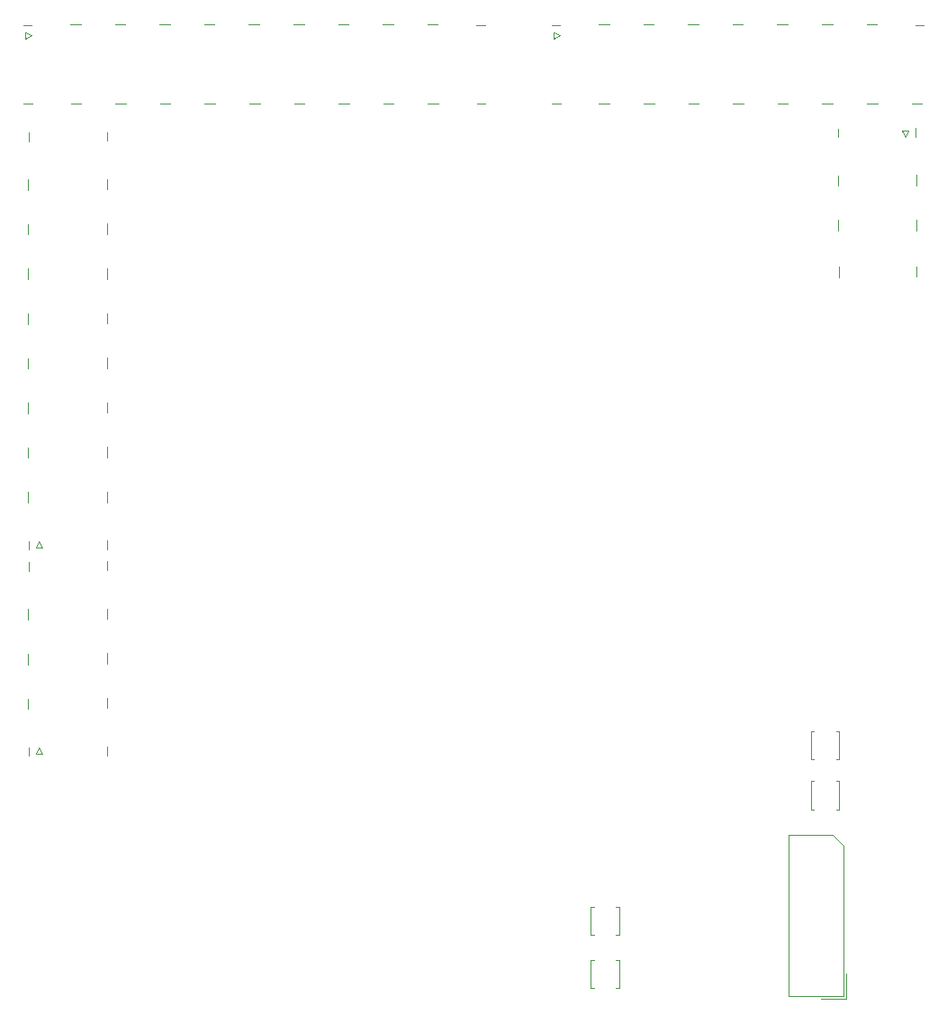
<source format=gto>
G04 #@! TF.GenerationSoftware,KiCad,Pcbnew,7.0.9*
G04 #@! TF.CreationDate,2024-03-11T23:10:39+03:00*
G04 #@! TF.ProjectId,hellen1-uaefi,68656c6c-656e-4312-9d75-616566692e6b,rev?*
G04 #@! TF.SameCoordinates,PX55d4a80PY8f0d180*
G04 #@! TF.FileFunction,Legend,Top*
G04 #@! TF.FilePolarity,Positive*
%FSLAX46Y46*%
G04 Gerber Fmt 4.6, Leading zero omitted, Abs format (unit mm)*
G04 Created by KiCad (PCBNEW 7.0.9) date 2024-03-11 23:10:39*
%MOMM*%
%LPD*%
G01*
G04 APERTURE LIST*
%ADD10C,0.120000*%
G04 APERTURE END LIST*
D10*
G04 #@! TO.C,M801*
X8025126Y91025000D02*
X8625126Y90725000D01*
X8025126Y90425000D02*
X8025126Y91025000D01*
X8300126Y76210000D02*
X8300126Y77190000D01*
X8300126Y72010000D02*
X8300126Y72990000D01*
X8300126Y67810000D02*
X8300126Y68790000D01*
X8300126Y63610000D02*
X8300126Y64590000D01*
X8300126Y59410000D02*
X8300126Y60390000D01*
X8300126Y55210000D02*
X8300126Y56190000D01*
X8300126Y51010000D02*
X8300126Y51990000D01*
X8300126Y46810000D02*
X8300126Y47790000D01*
X8300126Y35810000D02*
X8300126Y36790000D01*
X8300126Y31610000D02*
X8300126Y32590000D01*
X8300126Y27410000D02*
X8300126Y28390000D01*
X8310126Y80800000D02*
X8310126Y81610000D01*
X8310126Y43200000D02*
X8310126Y42390000D01*
X8310126Y40400000D02*
X8310126Y41210000D01*
X8310126Y23800000D02*
X8310126Y22990000D01*
X8625126Y91715000D02*
X7815126Y91715000D01*
X8625126Y90725000D02*
X8025126Y90425000D01*
X8677290Y84326098D02*
X7867290Y84326098D01*
X9000126Y42600000D02*
X9300126Y43200000D01*
X9000126Y23200000D02*
X9300126Y23800000D01*
X9300126Y43200000D02*
X9600126Y42600000D01*
X9300126Y23800000D02*
X9600126Y23200000D01*
X9600126Y42600000D02*
X9000126Y42600000D01*
X9600126Y23200000D02*
X9000126Y23200000D01*
X12235126Y91725000D02*
X13215126Y91725000D01*
X12287290Y84336098D02*
X13267290Y84336098D01*
X15688963Y35863539D02*
X15688963Y36843539D01*
X15688963Y31663539D02*
X15688963Y32643539D01*
X15688963Y27463539D02*
X15688963Y28443539D01*
X15689060Y76236065D02*
X15689060Y77216065D01*
X15689060Y72036065D02*
X15689060Y73016065D01*
X15689060Y67836065D02*
X15689060Y68816065D01*
X15689060Y63636065D02*
X15689060Y64616065D01*
X15689060Y59436065D02*
X15689060Y60416065D01*
X15689060Y55236065D02*
X15689060Y56216065D01*
X15689060Y51036065D02*
X15689060Y52016065D01*
X15689060Y46836065D02*
X15689060Y47816065D01*
X15698963Y40453539D02*
X15698963Y41263539D01*
X15698963Y23853539D02*
X15698963Y23043539D01*
X15699060Y80826065D02*
X15699060Y81636065D01*
X15699060Y43226065D02*
X15699060Y42416065D01*
X16435126Y91725000D02*
X17415126Y91725000D01*
X16487290Y84336098D02*
X17467290Y84336098D01*
X20635126Y91725000D02*
X21615126Y91725000D01*
X20687290Y84336098D02*
X21667290Y84336098D01*
X24835126Y91725000D02*
X25815126Y91725000D01*
X24887290Y84336098D02*
X25867290Y84336098D01*
X29035126Y91725000D02*
X30015126Y91725000D01*
X29087290Y84336098D02*
X30067290Y84336098D01*
X33235126Y91725000D02*
X34215126Y91725000D01*
X33287290Y84336098D02*
X34267290Y84336098D01*
X37435126Y91725000D02*
X38415126Y91725000D01*
X37487290Y84336098D02*
X38467290Y84336098D01*
X41635126Y91725000D02*
X42615126Y91725000D01*
X41687290Y84336098D02*
X42667290Y84336098D01*
X45835126Y91725000D02*
X46815126Y91725000D01*
X45887290Y84336098D02*
X46867290Y84336098D01*
X50425126Y91715000D02*
X51235126Y91715000D01*
X50477290Y84326098D02*
X51287290Y84326098D01*
X57725126Y91025000D02*
X58325126Y90725000D01*
X57725126Y90425000D02*
X57725126Y91025000D01*
X58325126Y91715000D02*
X57515126Y91715000D01*
X58325126Y90725000D02*
X57725126Y90425000D01*
X58363637Y84348254D02*
X57553637Y84348254D01*
X61195126Y8830000D02*
X61195126Y6170000D01*
X61195126Y3830000D02*
X61195126Y1170000D01*
X61489588Y6170000D02*
X61195126Y6170000D01*
X61489588Y1170000D02*
X61195126Y1170000D01*
X61500753Y8830000D02*
X61195126Y8830000D01*
X61500753Y3830000D02*
X61195126Y3830000D01*
X61935126Y91725000D02*
X62915126Y91725000D01*
X61973637Y84358254D02*
X62953637Y84358254D01*
X63549499Y6170000D02*
X63855126Y6170000D01*
X63549499Y1170000D02*
X63855126Y1170000D01*
X63560664Y8830000D02*
X63855126Y8830000D01*
X63560664Y3830000D02*
X63855126Y3830000D01*
X63855126Y6170000D02*
X63855126Y8830000D01*
X63855126Y1170000D02*
X63855126Y3830000D01*
X66135126Y91725000D02*
X67115126Y91725000D01*
X66173637Y84358254D02*
X67153637Y84358254D01*
X70335126Y91725000D02*
X71315126Y91725000D01*
X70373637Y84358254D02*
X71353637Y84358254D01*
X74535126Y91725000D02*
X75515126Y91725000D01*
X74573637Y84358254D02*
X75553637Y84358254D01*
X78735126Y91725000D02*
X79715126Y91725000D01*
X78773637Y84358254D02*
X79753637Y84358254D01*
X79815126Y15560000D02*
X79815126Y440000D01*
X79815126Y15560000D02*
X79815126Y440000D01*
X79815126Y440000D02*
X84935126Y440000D01*
X79815126Y440000D02*
X84935126Y440000D01*
X81895126Y25330000D02*
X81895126Y22670000D01*
X81895126Y20630000D02*
X81895126Y17970000D01*
X82189588Y22670000D02*
X81895126Y22670000D01*
X82189588Y17970000D02*
X81895126Y17970000D01*
X82200753Y25330000D02*
X81895126Y25330000D01*
X82200753Y20630000D02*
X81895126Y20630000D01*
X82825126Y140000D02*
X85235126Y140000D01*
X82825126Y140000D02*
X85235126Y140000D01*
X82935126Y91725000D02*
X83915126Y91725000D01*
X82973637Y84358254D02*
X83953637Y84358254D01*
X83935126Y15560000D02*
X79815126Y15560000D01*
X83935126Y15560000D02*
X79815126Y15560000D01*
X84249499Y22670000D02*
X84555126Y22670000D01*
X84249499Y17970000D02*
X84555126Y17970000D01*
X84260664Y25330000D02*
X84555126Y25330000D01*
X84260664Y20630000D02*
X84555126Y20630000D01*
X84470065Y81168005D02*
X84470065Y81978005D01*
X84480065Y77558005D02*
X84480065Y76578005D01*
X84480065Y73358005D02*
X84480065Y72378005D01*
X84503870Y68000193D02*
X84503870Y68980193D01*
X84555126Y22670000D02*
X84555126Y25330000D01*
X84555126Y17970000D02*
X84555126Y20630000D01*
X84935126Y14560000D02*
X83935126Y15560000D01*
X84935126Y14560000D02*
X83935126Y15560000D01*
X84935126Y440000D02*
X84935126Y14560000D01*
X84935126Y440000D02*
X84935126Y14560000D01*
X85235126Y140000D02*
X85235126Y2550000D01*
X85235126Y140000D02*
X85235126Y2550000D01*
X87135126Y91725000D02*
X88115126Y91725000D01*
X87173637Y84358254D02*
X88153637Y84358254D01*
X90483943Y81799710D02*
X91083943Y81799710D01*
X90783943Y81199710D02*
X90483943Y81799710D01*
X91083943Y81799710D02*
X90783943Y81199710D01*
X91373637Y84358254D02*
X92353637Y84358254D01*
X91725126Y91715000D02*
X92535126Y91715000D01*
X91773943Y81199710D02*
X91773943Y82009710D01*
X91783943Y77589710D02*
X91783943Y76609710D01*
X91783943Y73389710D02*
X91783943Y72409710D01*
X91807748Y68031898D02*
X91807748Y69011898D01*
G04 #@! TO.C,J801*
X82825126Y140000D02*
X85235126Y140000D01*
X85235126Y140000D02*
X85235126Y2550000D01*
X79815126Y440000D02*
X84935126Y440000D01*
X84935126Y440000D02*
X84935126Y14560000D01*
X84935126Y14560000D02*
X83935126Y15560000D01*
X79815126Y15560000D02*
X79815126Y440000D01*
X83935126Y15560000D02*
X79815126Y15560000D01*
G04 #@! TD*
M02*

</source>
